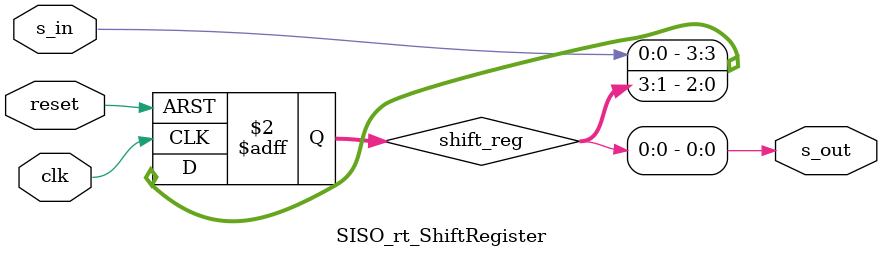
<source format=v>
`timescale 1ns / 1ps


module SISO_rt_ShiftRegister(
input clk, reset, 
input s_in,
output s_out
);

reg [3:0] shift_reg;   //4-bit shift register
//Assign serial output
assign s_out = shift_reg[0];

always@(posedge clk or posedge reset)
begin
if (reset)
begin
 shift_reg <= 4'b0000;
end
else
begin
shift_reg = {s_in, shift_reg[3:1]};   // shift left and load s_in into MSB
end
end
endmodule

</source>
